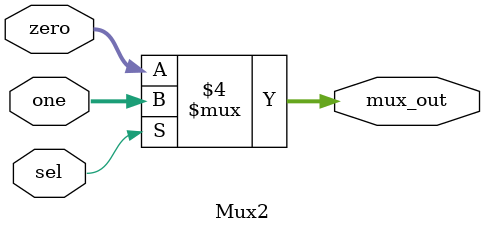
<source format=sv>
`timescale 1ns / 1ps


module Mux2 # (parameter WIDTH = 4)(
    input [WIDTH -1:0] zero, one,
    input sel,
    output logic [WIDTH -1:0] mux_out
    );
    
        
    always_comb begin
        if (sel == 1)
            mux_out = one;
        else
            mux_out = zero;
    end
endmodule
</source>
